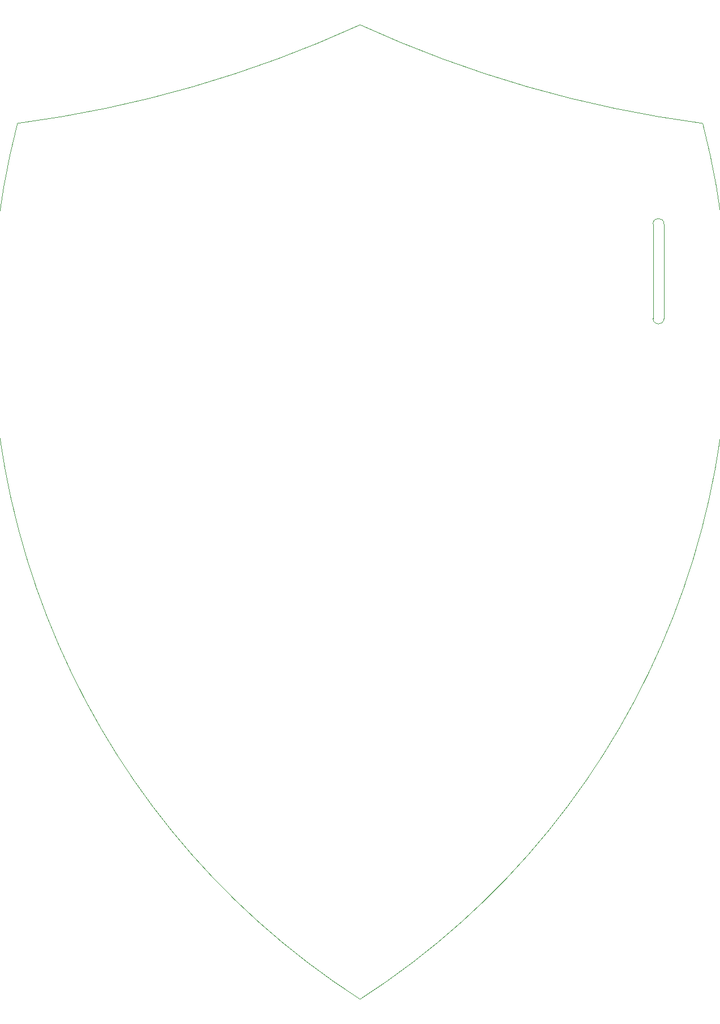
<source format=gbr>
G04 #@! TF.GenerationSoftware,KiCad,Pcbnew,5.99.0-unknown-r17145-8bd2765f*
G04 #@! TF.CreationDate,2019-12-03T04:13:15+08:00*
G04 #@! TF.ProjectId,tr20,74723230-2e6b-4696-9361-645f70636258,rev?*
G04 #@! TF.SameCoordinates,Original*
G04 #@! TF.FileFunction,Profile,NP*
%FSLAX46Y46*%
G04 Gerber Fmt 4.6, Leading zero omitted, Abs format (unit mm)*
G04 Created by KiCad (PCBNEW 5.99.0-unknown-r17145-8bd2765f) date 2019-12-03 04:13:15*
%MOMM*%
%LPD*%
G04 APERTURE LIST*
%ADD10C,0.100000*%
G04 APERTURE END LIST*
D10*
X51288593Y131011912D02*
G75*
G02X-1Y0I-116172450J-30065960D01*
G01*
X45478267Y115976400D02*
X45478267Y101820000D01*
X43849987Y115976400D02*
G75*
G02X45478267Y115976400I814140J0D01*
G01*
X43849986Y101820000D02*
X43849986Y115976400D01*
X-1Y145752712D02*
G75*
G02X-51287004Y131011913I-74816411J163714705D01*
G01*
X45478268Y101820000D02*
G75*
G02X43849986Y101820000I-814141J0D01*
G01*
X51288593Y131011911D02*
G75*
G02X-1Y145752712I23527175J178455800D01*
G01*
X0Y0D02*
G75*
G02X-51287004Y131011913I64885219J100945076D01*
G01*
M02*

</source>
